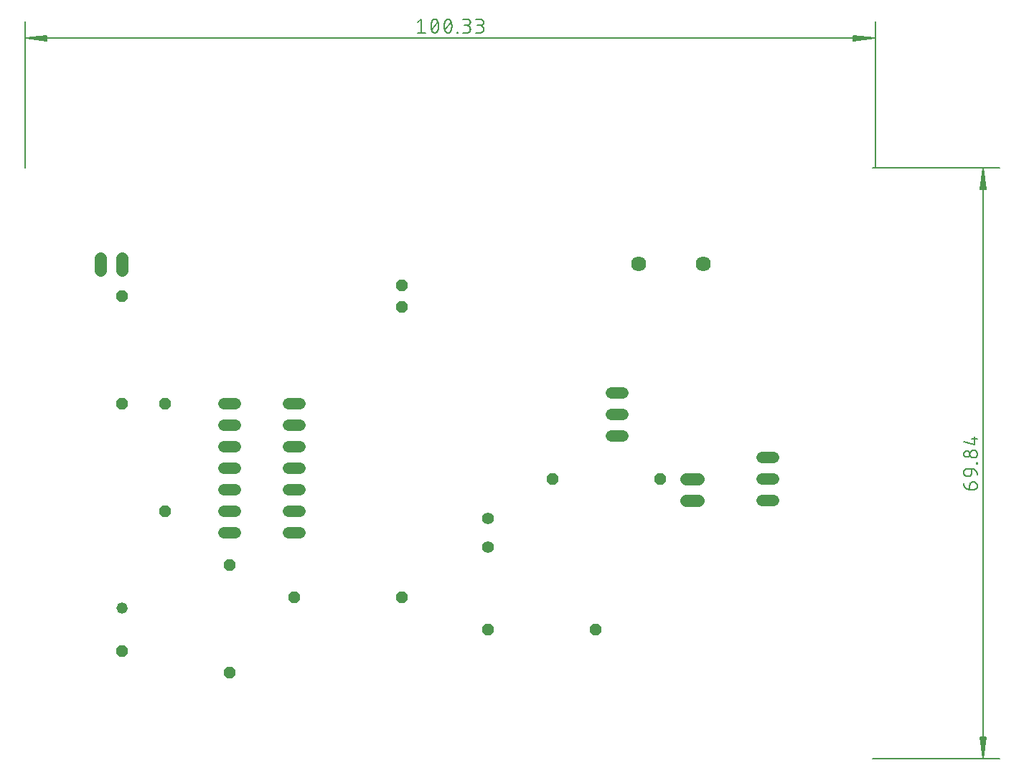
<source format=gbr>
G04 EAGLE Gerber RS-274X export*
G75*
%MOMM*%
%FSLAX34Y34*%
%LPD*%
%AMOC8*
5,1,8,0,0,1.08239X$1,22.5*%
G01*
%ADD10C,0.130000*%
%ADD11C,0.152400*%
%ADD12P,1.429621X8X292.500000*%
%ADD13C,1.320800*%
%ADD14C,1.422400*%
%ADD15C,1.320800*%
%ADD16C,1.400000*%
%ADD17P,1.429621X8X112.500000*%
%ADD18P,1.429621X8X22.500000*%
%ADD19P,1.429621X8X202.500000*%
%ADD20C,1.790000*%


D10*
X0Y698400D02*
X-17Y870306D01*
X1003283Y870406D02*
X1003300Y698500D01*
X1002635Y850906D02*
X635Y850806D01*
X25985Y854001D01*
X25985Y847617D01*
X635Y850806D01*
X25985Y852109D01*
X25985Y849509D02*
X635Y850806D01*
X25985Y853409D01*
X25985Y848209D02*
X635Y850806D01*
X977285Y854096D02*
X1002635Y850906D01*
X977285Y854096D02*
X977285Y847711D01*
X1002635Y850906D01*
X977285Y852204D01*
X977285Y849604D02*
X1002635Y850906D01*
X977285Y853504D01*
X977285Y848304D02*
X1002635Y850906D01*
D11*
X467906Y873615D02*
X463390Y870003D01*
X467906Y873615D02*
X467906Y857359D01*
X472421Y857359D02*
X463390Y857359D01*
X479022Y865487D02*
X479026Y865807D01*
X479037Y866126D01*
X479056Y866446D01*
X479083Y866764D01*
X479117Y867082D01*
X479159Y867399D01*
X479209Y867715D01*
X479266Y868030D01*
X479330Y868343D01*
X479402Y868655D01*
X479481Y868965D01*
X479568Y869272D01*
X479662Y869578D01*
X479763Y869881D01*
X479872Y870182D01*
X479987Y870480D01*
X480110Y870776D01*
X480240Y871068D01*
X480377Y871357D01*
X480376Y871358D02*
X480415Y871466D01*
X480458Y871573D01*
X480504Y871678D01*
X480555Y871782D01*
X480608Y871884D01*
X480665Y871984D01*
X480726Y872082D01*
X480790Y872177D01*
X480857Y872271D01*
X480928Y872362D01*
X481001Y872451D01*
X481078Y872537D01*
X481157Y872620D01*
X481239Y872701D01*
X481324Y872779D01*
X481412Y872853D01*
X481502Y872925D01*
X481594Y872993D01*
X481689Y873059D01*
X481786Y873121D01*
X481885Y873179D01*
X481987Y873235D01*
X482089Y873286D01*
X482194Y873334D01*
X482300Y873379D01*
X482408Y873420D01*
X482517Y873457D01*
X482627Y873490D01*
X482739Y873519D01*
X482851Y873545D01*
X482964Y873567D01*
X483078Y873584D01*
X483192Y873598D01*
X483307Y873608D01*
X483422Y873614D01*
X483537Y873616D01*
X483652Y873614D01*
X483767Y873608D01*
X483882Y873598D01*
X483996Y873584D01*
X484110Y873567D01*
X484223Y873545D01*
X484335Y873519D01*
X484447Y873490D01*
X484557Y873457D01*
X484666Y873420D01*
X484774Y873379D01*
X484880Y873334D01*
X484985Y873286D01*
X485087Y873235D01*
X485188Y873179D01*
X485288Y873121D01*
X485385Y873059D01*
X485479Y872994D01*
X485572Y872925D01*
X485662Y872853D01*
X485750Y872779D01*
X485835Y872701D01*
X485917Y872620D01*
X485996Y872537D01*
X486073Y872451D01*
X486146Y872362D01*
X486217Y872271D01*
X486284Y872177D01*
X486348Y872082D01*
X486409Y871984D01*
X486466Y871884D01*
X486519Y871782D01*
X486570Y871678D01*
X486616Y871573D01*
X486659Y871466D01*
X486698Y871358D01*
X486697Y871357D02*
X486834Y871068D01*
X486964Y870776D01*
X487087Y870480D01*
X487202Y870182D01*
X487311Y869881D01*
X487412Y869578D01*
X487506Y869272D01*
X487593Y868965D01*
X487672Y868655D01*
X487744Y868343D01*
X487808Y868030D01*
X487865Y867715D01*
X487915Y867399D01*
X487957Y867082D01*
X487991Y866764D01*
X488018Y866446D01*
X488037Y866126D01*
X488048Y865807D01*
X488052Y865487D01*
X479022Y865487D02*
X479026Y865167D01*
X479037Y864848D01*
X479056Y864528D01*
X479083Y864210D01*
X479117Y863892D01*
X479159Y863575D01*
X479209Y863259D01*
X479266Y862944D01*
X479330Y862631D01*
X479402Y862319D01*
X479481Y862009D01*
X479568Y861702D01*
X479662Y861396D01*
X479763Y861093D01*
X479872Y860792D01*
X479987Y860494D01*
X480110Y860198D01*
X480240Y859906D01*
X480377Y859617D01*
X480376Y859617D02*
X480415Y859509D01*
X480458Y859402D01*
X480504Y859297D01*
X480555Y859193D01*
X480608Y859091D01*
X480665Y858991D01*
X480726Y858893D01*
X480790Y858798D01*
X480857Y858704D01*
X480928Y858613D01*
X481001Y858524D01*
X481078Y858438D01*
X481157Y858355D01*
X481239Y858274D01*
X481324Y858196D01*
X481412Y858122D01*
X481502Y858050D01*
X481595Y857981D01*
X481689Y857916D01*
X481786Y857854D01*
X481886Y857796D01*
X481987Y857740D01*
X482089Y857689D01*
X482194Y857641D01*
X482300Y857596D01*
X482408Y857555D01*
X482517Y857518D01*
X482627Y857485D01*
X482739Y857456D01*
X482851Y857430D01*
X482964Y857408D01*
X483078Y857391D01*
X483192Y857377D01*
X483307Y857367D01*
X483422Y857361D01*
X483537Y857359D01*
X486697Y859617D02*
X486834Y859906D01*
X486964Y860198D01*
X487087Y860494D01*
X487202Y860792D01*
X487311Y861093D01*
X487412Y861396D01*
X487506Y861702D01*
X487593Y862009D01*
X487672Y862319D01*
X487744Y862631D01*
X487808Y862944D01*
X487865Y863259D01*
X487915Y863575D01*
X487957Y863892D01*
X487991Y864210D01*
X488018Y864528D01*
X488037Y864848D01*
X488048Y865167D01*
X488052Y865487D01*
X486698Y859617D02*
X486659Y859509D01*
X486616Y859402D01*
X486570Y859297D01*
X486519Y859193D01*
X486466Y859091D01*
X486409Y858991D01*
X486348Y858893D01*
X486284Y858798D01*
X486217Y858704D01*
X486146Y858613D01*
X486073Y858524D01*
X485996Y858438D01*
X485917Y858355D01*
X485835Y858274D01*
X485750Y858196D01*
X485662Y858122D01*
X485572Y858050D01*
X485479Y857981D01*
X485385Y857916D01*
X485288Y857854D01*
X485188Y857796D01*
X485087Y857740D01*
X484984Y857689D01*
X484880Y857641D01*
X484774Y857596D01*
X484666Y857555D01*
X484557Y857518D01*
X484447Y857485D01*
X484335Y857456D01*
X484223Y857430D01*
X484110Y857408D01*
X483996Y857391D01*
X483882Y857377D01*
X483767Y857367D01*
X483652Y857361D01*
X483537Y857359D01*
X479925Y860972D02*
X487149Y870003D01*
X494653Y865487D02*
X494657Y865807D01*
X494668Y866126D01*
X494687Y866446D01*
X494714Y866764D01*
X494748Y867082D01*
X494790Y867399D01*
X494840Y867715D01*
X494897Y868030D01*
X494961Y868343D01*
X495033Y868655D01*
X495112Y868965D01*
X495199Y869272D01*
X495293Y869578D01*
X495394Y869881D01*
X495503Y870182D01*
X495618Y870480D01*
X495741Y870776D01*
X495871Y871068D01*
X496008Y871357D01*
X496007Y871358D02*
X496046Y871466D01*
X496089Y871573D01*
X496135Y871678D01*
X496186Y871782D01*
X496239Y871884D01*
X496296Y871984D01*
X496357Y872082D01*
X496421Y872177D01*
X496488Y872271D01*
X496559Y872362D01*
X496632Y872451D01*
X496709Y872537D01*
X496788Y872620D01*
X496870Y872701D01*
X496955Y872779D01*
X497043Y872853D01*
X497133Y872925D01*
X497225Y872993D01*
X497320Y873059D01*
X497417Y873121D01*
X497516Y873179D01*
X497618Y873235D01*
X497720Y873286D01*
X497825Y873334D01*
X497931Y873379D01*
X498039Y873420D01*
X498148Y873457D01*
X498258Y873490D01*
X498370Y873519D01*
X498482Y873545D01*
X498595Y873567D01*
X498709Y873584D01*
X498823Y873598D01*
X498938Y873608D01*
X499053Y873614D01*
X499168Y873616D01*
X499283Y873614D01*
X499398Y873608D01*
X499513Y873598D01*
X499627Y873584D01*
X499741Y873567D01*
X499854Y873545D01*
X499966Y873519D01*
X500078Y873490D01*
X500188Y873457D01*
X500297Y873420D01*
X500405Y873379D01*
X500511Y873334D01*
X500616Y873286D01*
X500718Y873235D01*
X500819Y873179D01*
X500919Y873121D01*
X501016Y873059D01*
X501110Y872994D01*
X501203Y872925D01*
X501293Y872853D01*
X501381Y872779D01*
X501466Y872701D01*
X501548Y872620D01*
X501627Y872537D01*
X501704Y872451D01*
X501777Y872362D01*
X501848Y872271D01*
X501915Y872177D01*
X501979Y872082D01*
X502040Y871984D01*
X502097Y871884D01*
X502150Y871782D01*
X502201Y871678D01*
X502247Y871573D01*
X502290Y871466D01*
X502329Y871358D01*
X502329Y871357D02*
X502466Y871068D01*
X502596Y870776D01*
X502719Y870480D01*
X502834Y870182D01*
X502943Y869881D01*
X503044Y869578D01*
X503138Y869272D01*
X503225Y868965D01*
X503304Y868655D01*
X503376Y868343D01*
X503440Y868030D01*
X503497Y867715D01*
X503547Y867399D01*
X503589Y867082D01*
X503623Y866764D01*
X503650Y866446D01*
X503669Y866126D01*
X503680Y865807D01*
X503684Y865487D01*
X494653Y865487D02*
X494657Y865167D01*
X494668Y864848D01*
X494687Y864528D01*
X494714Y864210D01*
X494748Y863892D01*
X494790Y863575D01*
X494840Y863259D01*
X494897Y862944D01*
X494961Y862631D01*
X495033Y862319D01*
X495112Y862009D01*
X495199Y861702D01*
X495293Y861396D01*
X495394Y861093D01*
X495503Y860792D01*
X495618Y860494D01*
X495741Y860198D01*
X495871Y859906D01*
X496008Y859617D01*
X496007Y859617D02*
X496046Y859509D01*
X496089Y859402D01*
X496135Y859297D01*
X496186Y859193D01*
X496239Y859091D01*
X496296Y858991D01*
X496357Y858893D01*
X496421Y858798D01*
X496488Y858704D01*
X496559Y858613D01*
X496632Y858524D01*
X496709Y858438D01*
X496788Y858355D01*
X496870Y858274D01*
X496955Y858196D01*
X497043Y858122D01*
X497133Y858050D01*
X497226Y857981D01*
X497320Y857916D01*
X497417Y857854D01*
X497517Y857796D01*
X497618Y857740D01*
X497720Y857689D01*
X497825Y857641D01*
X497931Y857596D01*
X498039Y857555D01*
X498148Y857518D01*
X498258Y857485D01*
X498370Y857456D01*
X498482Y857430D01*
X498595Y857408D01*
X498709Y857391D01*
X498823Y857377D01*
X498938Y857367D01*
X499053Y857361D01*
X499168Y857359D01*
X502328Y859617D02*
X502465Y859906D01*
X502595Y860198D01*
X502718Y860494D01*
X502833Y860792D01*
X502942Y861093D01*
X503043Y861396D01*
X503137Y861702D01*
X503224Y862009D01*
X503303Y862319D01*
X503375Y862631D01*
X503439Y862944D01*
X503496Y863259D01*
X503546Y863575D01*
X503588Y863892D01*
X503622Y864210D01*
X503649Y864528D01*
X503668Y864848D01*
X503679Y865167D01*
X503683Y865487D01*
X502329Y859617D02*
X502290Y859509D01*
X502247Y859402D01*
X502201Y859297D01*
X502150Y859193D01*
X502097Y859091D01*
X502040Y858991D01*
X501979Y858893D01*
X501915Y858798D01*
X501848Y858704D01*
X501777Y858613D01*
X501704Y858524D01*
X501627Y858438D01*
X501548Y858355D01*
X501466Y858274D01*
X501381Y858196D01*
X501293Y858122D01*
X501203Y858050D01*
X501110Y857981D01*
X501016Y857916D01*
X500919Y857854D01*
X500819Y857796D01*
X500718Y857740D01*
X500615Y857689D01*
X500511Y857641D01*
X500405Y857596D01*
X500297Y857555D01*
X500188Y857518D01*
X500078Y857485D01*
X499966Y857456D01*
X499854Y857430D01*
X499741Y857408D01*
X499627Y857391D01*
X499513Y857377D01*
X499398Y857367D01*
X499283Y857361D01*
X499168Y857359D01*
X495556Y860972D02*
X502781Y870003D01*
X509658Y858263D02*
X509658Y857359D01*
X509658Y858263D02*
X510562Y858263D01*
X510562Y857359D01*
X509658Y857359D01*
X516536Y857359D02*
X521052Y857359D01*
X521185Y857361D01*
X521317Y857367D01*
X521449Y857377D01*
X521581Y857390D01*
X521713Y857408D01*
X521843Y857429D01*
X521974Y857454D01*
X522103Y857483D01*
X522231Y857516D01*
X522359Y857552D01*
X522485Y857592D01*
X522610Y857636D01*
X522734Y857684D01*
X522856Y857735D01*
X522977Y857790D01*
X523096Y857848D01*
X523214Y857910D01*
X523329Y857975D01*
X523443Y858044D01*
X523554Y858115D01*
X523663Y858191D01*
X523770Y858269D01*
X523875Y858350D01*
X523977Y858435D01*
X524077Y858522D01*
X524174Y858612D01*
X524269Y858705D01*
X524360Y858801D01*
X524449Y858899D01*
X524535Y859000D01*
X524618Y859104D01*
X524698Y859210D01*
X524774Y859318D01*
X524848Y859428D01*
X524918Y859541D01*
X524985Y859655D01*
X525048Y859772D01*
X525108Y859890D01*
X525165Y860010D01*
X525218Y860132D01*
X525267Y860255D01*
X525313Y860379D01*
X525355Y860505D01*
X525393Y860632D01*
X525428Y860760D01*
X525459Y860889D01*
X525486Y861018D01*
X525509Y861149D01*
X525529Y861280D01*
X525544Y861412D01*
X525556Y861544D01*
X525564Y861676D01*
X525568Y861809D01*
X525568Y861941D01*
X525564Y862074D01*
X525556Y862206D01*
X525544Y862338D01*
X525529Y862470D01*
X525509Y862601D01*
X525486Y862732D01*
X525459Y862861D01*
X525428Y862990D01*
X525393Y863118D01*
X525355Y863245D01*
X525313Y863371D01*
X525267Y863495D01*
X525218Y863618D01*
X525165Y863740D01*
X525108Y863860D01*
X525048Y863978D01*
X524985Y864095D01*
X524918Y864209D01*
X524848Y864322D01*
X524774Y864432D01*
X524698Y864540D01*
X524618Y864646D01*
X524535Y864750D01*
X524449Y864851D01*
X524360Y864949D01*
X524269Y865045D01*
X524174Y865138D01*
X524077Y865228D01*
X523977Y865315D01*
X523875Y865400D01*
X523770Y865481D01*
X523663Y865559D01*
X523554Y865635D01*
X523443Y865706D01*
X523329Y865775D01*
X523214Y865840D01*
X523096Y865902D01*
X522977Y865960D01*
X522856Y866015D01*
X522734Y866066D01*
X522610Y866114D01*
X522485Y866158D01*
X522359Y866198D01*
X522231Y866234D01*
X522103Y866267D01*
X521974Y866296D01*
X521843Y866321D01*
X521713Y866342D01*
X521581Y866360D01*
X521449Y866373D01*
X521317Y866383D01*
X521185Y866389D01*
X521052Y866391D01*
X521955Y873615D02*
X516536Y873615D01*
X521955Y873615D02*
X522074Y873613D01*
X522194Y873607D01*
X522313Y873597D01*
X522431Y873583D01*
X522550Y873566D01*
X522667Y873544D01*
X522784Y873519D01*
X522899Y873489D01*
X523014Y873456D01*
X523128Y873419D01*
X523240Y873379D01*
X523351Y873334D01*
X523460Y873286D01*
X523568Y873235D01*
X523674Y873180D01*
X523778Y873121D01*
X523880Y873059D01*
X523980Y872994D01*
X524078Y872925D01*
X524174Y872853D01*
X524267Y872778D01*
X524357Y872701D01*
X524445Y872620D01*
X524530Y872536D01*
X524612Y872449D01*
X524692Y872360D01*
X524768Y872268D01*
X524842Y872174D01*
X524912Y872077D01*
X524979Y871979D01*
X525043Y871878D01*
X525103Y871774D01*
X525160Y871669D01*
X525213Y871562D01*
X525263Y871454D01*
X525309Y871344D01*
X525351Y871232D01*
X525390Y871119D01*
X525425Y871005D01*
X525456Y870890D01*
X525484Y870773D01*
X525507Y870656D01*
X525527Y870539D01*
X525543Y870420D01*
X525555Y870301D01*
X525563Y870182D01*
X525567Y870063D01*
X525567Y869943D01*
X525563Y869824D01*
X525555Y869705D01*
X525543Y869586D01*
X525527Y869467D01*
X525507Y869350D01*
X525484Y869233D01*
X525456Y869116D01*
X525425Y869001D01*
X525390Y868887D01*
X525351Y868774D01*
X525309Y868662D01*
X525263Y868552D01*
X525213Y868444D01*
X525160Y868337D01*
X525103Y868232D01*
X525043Y868128D01*
X524979Y868027D01*
X524912Y867929D01*
X524842Y867832D01*
X524768Y867738D01*
X524692Y867646D01*
X524612Y867557D01*
X524530Y867470D01*
X524445Y867386D01*
X524357Y867305D01*
X524267Y867228D01*
X524174Y867153D01*
X524078Y867081D01*
X523980Y867012D01*
X523880Y866947D01*
X523778Y866885D01*
X523674Y866826D01*
X523568Y866771D01*
X523460Y866720D01*
X523351Y866672D01*
X523240Y866627D01*
X523128Y866587D01*
X523014Y866550D01*
X522899Y866517D01*
X522784Y866487D01*
X522667Y866462D01*
X522550Y866440D01*
X522431Y866423D01*
X522313Y866409D01*
X522194Y866399D01*
X522074Y866393D01*
X521955Y866391D01*
X518343Y866391D01*
X532168Y857359D02*
X536683Y857359D01*
X536816Y857361D01*
X536948Y857367D01*
X537080Y857377D01*
X537212Y857390D01*
X537344Y857408D01*
X537474Y857429D01*
X537605Y857454D01*
X537734Y857483D01*
X537862Y857516D01*
X537990Y857552D01*
X538116Y857592D01*
X538241Y857636D01*
X538365Y857684D01*
X538487Y857735D01*
X538608Y857790D01*
X538727Y857848D01*
X538845Y857910D01*
X538960Y857975D01*
X539074Y858044D01*
X539185Y858115D01*
X539294Y858191D01*
X539401Y858269D01*
X539506Y858350D01*
X539608Y858435D01*
X539708Y858522D01*
X539805Y858612D01*
X539900Y858705D01*
X539991Y858801D01*
X540080Y858899D01*
X540166Y859000D01*
X540249Y859104D01*
X540329Y859210D01*
X540405Y859318D01*
X540479Y859428D01*
X540549Y859541D01*
X540616Y859655D01*
X540679Y859772D01*
X540739Y859890D01*
X540796Y860010D01*
X540849Y860132D01*
X540898Y860255D01*
X540944Y860379D01*
X540986Y860505D01*
X541024Y860632D01*
X541059Y860760D01*
X541090Y860889D01*
X541117Y861018D01*
X541140Y861149D01*
X541160Y861280D01*
X541175Y861412D01*
X541187Y861544D01*
X541195Y861676D01*
X541199Y861809D01*
X541199Y861941D01*
X541195Y862074D01*
X541187Y862206D01*
X541175Y862338D01*
X541160Y862470D01*
X541140Y862601D01*
X541117Y862732D01*
X541090Y862861D01*
X541059Y862990D01*
X541024Y863118D01*
X540986Y863245D01*
X540944Y863371D01*
X540898Y863495D01*
X540849Y863618D01*
X540796Y863740D01*
X540739Y863860D01*
X540679Y863978D01*
X540616Y864095D01*
X540549Y864209D01*
X540479Y864322D01*
X540405Y864432D01*
X540329Y864540D01*
X540249Y864646D01*
X540166Y864750D01*
X540080Y864851D01*
X539991Y864949D01*
X539900Y865045D01*
X539805Y865138D01*
X539708Y865228D01*
X539608Y865315D01*
X539506Y865400D01*
X539401Y865481D01*
X539294Y865559D01*
X539185Y865635D01*
X539074Y865706D01*
X538960Y865775D01*
X538845Y865840D01*
X538727Y865902D01*
X538608Y865960D01*
X538487Y866015D01*
X538365Y866066D01*
X538241Y866114D01*
X538116Y866158D01*
X537990Y866198D01*
X537862Y866234D01*
X537734Y866267D01*
X537605Y866296D01*
X537474Y866321D01*
X537344Y866342D01*
X537212Y866360D01*
X537080Y866373D01*
X536948Y866383D01*
X536816Y866389D01*
X536683Y866391D01*
X537586Y873615D02*
X532168Y873615D01*
X537586Y873615D02*
X537705Y873613D01*
X537825Y873607D01*
X537944Y873597D01*
X538062Y873583D01*
X538181Y873566D01*
X538298Y873544D01*
X538415Y873519D01*
X538530Y873489D01*
X538645Y873456D01*
X538759Y873419D01*
X538871Y873379D01*
X538982Y873334D01*
X539091Y873286D01*
X539199Y873235D01*
X539305Y873180D01*
X539409Y873121D01*
X539511Y873059D01*
X539611Y872994D01*
X539709Y872925D01*
X539805Y872853D01*
X539898Y872778D01*
X539988Y872701D01*
X540076Y872620D01*
X540161Y872536D01*
X540243Y872449D01*
X540323Y872360D01*
X540399Y872268D01*
X540473Y872174D01*
X540543Y872077D01*
X540610Y871979D01*
X540674Y871878D01*
X540734Y871774D01*
X540791Y871669D01*
X540844Y871562D01*
X540894Y871454D01*
X540940Y871344D01*
X540982Y871232D01*
X541021Y871119D01*
X541056Y871005D01*
X541087Y870890D01*
X541115Y870773D01*
X541138Y870656D01*
X541158Y870539D01*
X541174Y870420D01*
X541186Y870301D01*
X541194Y870182D01*
X541198Y870063D01*
X541198Y869943D01*
X541194Y869824D01*
X541186Y869705D01*
X541174Y869586D01*
X541158Y869467D01*
X541138Y869350D01*
X541115Y869233D01*
X541087Y869116D01*
X541056Y869001D01*
X541021Y868887D01*
X540982Y868774D01*
X540940Y868662D01*
X540894Y868552D01*
X540844Y868444D01*
X540791Y868337D01*
X540734Y868232D01*
X540674Y868128D01*
X540610Y868027D01*
X540543Y867929D01*
X540473Y867832D01*
X540399Y867738D01*
X540323Y867646D01*
X540243Y867557D01*
X540161Y867470D01*
X540076Y867386D01*
X539988Y867305D01*
X539898Y867228D01*
X539805Y867153D01*
X539709Y867081D01*
X539611Y867012D01*
X539511Y866947D01*
X539409Y866885D01*
X539305Y866826D01*
X539199Y866771D01*
X539091Y866720D01*
X538982Y866672D01*
X538871Y866627D01*
X538759Y866587D01*
X538645Y866550D01*
X538530Y866517D01*
X538415Y866487D01*
X538298Y866462D01*
X538181Y866440D01*
X538062Y866423D01*
X537944Y866409D01*
X537825Y866399D01*
X537705Y866393D01*
X537586Y866391D01*
X533974Y866391D01*
D10*
X1000000Y698400D02*
X1149800Y698400D01*
X1149800Y0D02*
X1000000Y0D01*
X1130300Y650D02*
X1130300Y697750D01*
X1127108Y672400D01*
X1133492Y672400D01*
X1130300Y697750D01*
X1129000Y672400D01*
X1131600Y672400D02*
X1130300Y697750D01*
X1127700Y672400D01*
X1132900Y672400D02*
X1130300Y697750D01*
X1127108Y26000D02*
X1130300Y650D01*
X1127108Y26000D02*
X1133492Y26000D01*
X1130300Y650D01*
X1129000Y26000D01*
X1131600Y26000D02*
X1130300Y650D01*
X1127700Y26000D01*
X1132900Y26000D02*
X1130300Y650D01*
D11*
X1114762Y318052D02*
X1114762Y323471D01*
X1114764Y323589D01*
X1114770Y323707D01*
X1114779Y323825D01*
X1114793Y323942D01*
X1114810Y324059D01*
X1114831Y324176D01*
X1114856Y324291D01*
X1114885Y324406D01*
X1114918Y324520D01*
X1114954Y324632D01*
X1114994Y324743D01*
X1115037Y324853D01*
X1115084Y324962D01*
X1115134Y325069D01*
X1115189Y325174D01*
X1115246Y325277D01*
X1115307Y325378D01*
X1115371Y325478D01*
X1115438Y325575D01*
X1115508Y325670D01*
X1115582Y325762D01*
X1115658Y325853D01*
X1115738Y325940D01*
X1115820Y326025D01*
X1115905Y326107D01*
X1115992Y326187D01*
X1116083Y326263D01*
X1116175Y326337D01*
X1116270Y326407D01*
X1116367Y326474D01*
X1116467Y326538D01*
X1116568Y326599D01*
X1116671Y326656D01*
X1116776Y326711D01*
X1116883Y326761D01*
X1116992Y326808D01*
X1117102Y326851D01*
X1117213Y326891D01*
X1117325Y326927D01*
X1117439Y326960D01*
X1117554Y326989D01*
X1117669Y327014D01*
X1117786Y327035D01*
X1117903Y327052D01*
X1118020Y327066D01*
X1118138Y327075D01*
X1118256Y327081D01*
X1118374Y327083D01*
X1119277Y327083D01*
X1119277Y327084D02*
X1119410Y327082D01*
X1119542Y327076D01*
X1119674Y327066D01*
X1119806Y327053D01*
X1119938Y327035D01*
X1120068Y327014D01*
X1120199Y326989D01*
X1120328Y326960D01*
X1120456Y326927D01*
X1120584Y326891D01*
X1120710Y326851D01*
X1120835Y326807D01*
X1120959Y326759D01*
X1121081Y326708D01*
X1121202Y326653D01*
X1121321Y326595D01*
X1121439Y326533D01*
X1121554Y326468D01*
X1121668Y326399D01*
X1121779Y326328D01*
X1121888Y326252D01*
X1121995Y326174D01*
X1122100Y326093D01*
X1122202Y326008D01*
X1122302Y325921D01*
X1122399Y325831D01*
X1122494Y325738D01*
X1122585Y325642D01*
X1122674Y325544D01*
X1122760Y325443D01*
X1122843Y325339D01*
X1122923Y325233D01*
X1122999Y325125D01*
X1123073Y325015D01*
X1123143Y324902D01*
X1123210Y324788D01*
X1123273Y324671D01*
X1123333Y324553D01*
X1123390Y324433D01*
X1123443Y324311D01*
X1123492Y324188D01*
X1123538Y324064D01*
X1123580Y323938D01*
X1123618Y323811D01*
X1123653Y323683D01*
X1123684Y323554D01*
X1123711Y323425D01*
X1123734Y323294D01*
X1123754Y323163D01*
X1123769Y323031D01*
X1123781Y322899D01*
X1123789Y322767D01*
X1123793Y322634D01*
X1123793Y322502D01*
X1123789Y322369D01*
X1123781Y322237D01*
X1123769Y322105D01*
X1123754Y321973D01*
X1123734Y321842D01*
X1123711Y321711D01*
X1123684Y321582D01*
X1123653Y321453D01*
X1123618Y321325D01*
X1123580Y321198D01*
X1123538Y321072D01*
X1123492Y320948D01*
X1123443Y320825D01*
X1123390Y320703D01*
X1123333Y320583D01*
X1123273Y320465D01*
X1123210Y320348D01*
X1123143Y320234D01*
X1123073Y320121D01*
X1122999Y320011D01*
X1122923Y319903D01*
X1122843Y319797D01*
X1122760Y319693D01*
X1122674Y319592D01*
X1122585Y319494D01*
X1122494Y319398D01*
X1122399Y319305D01*
X1122302Y319215D01*
X1122202Y319128D01*
X1122100Y319043D01*
X1121995Y318962D01*
X1121888Y318884D01*
X1121779Y318808D01*
X1121668Y318737D01*
X1121554Y318668D01*
X1121439Y318603D01*
X1121321Y318541D01*
X1121202Y318483D01*
X1121081Y318428D01*
X1120959Y318377D01*
X1120835Y318329D01*
X1120710Y318285D01*
X1120584Y318245D01*
X1120456Y318209D01*
X1120328Y318176D01*
X1120199Y318147D01*
X1120068Y318122D01*
X1119938Y318101D01*
X1119806Y318083D01*
X1119674Y318070D01*
X1119542Y318060D01*
X1119410Y318054D01*
X1119277Y318052D01*
X1114762Y318052D01*
X1114585Y318054D01*
X1114407Y318061D01*
X1114230Y318072D01*
X1114054Y318087D01*
X1113878Y318106D01*
X1113702Y318130D01*
X1113527Y318158D01*
X1113352Y318191D01*
X1113179Y318228D01*
X1113006Y318269D01*
X1112835Y318314D01*
X1112665Y318363D01*
X1112496Y318417D01*
X1112328Y318474D01*
X1112162Y318536D01*
X1111997Y318602D01*
X1111834Y318672D01*
X1111673Y318746D01*
X1111514Y318823D01*
X1111356Y318905D01*
X1111201Y318991D01*
X1111048Y319080D01*
X1110897Y319173D01*
X1110748Y319270D01*
X1110602Y319370D01*
X1110458Y319474D01*
X1110317Y319581D01*
X1110179Y319692D01*
X1110043Y319806D01*
X1109910Y319924D01*
X1109780Y320044D01*
X1109653Y320168D01*
X1109529Y320295D01*
X1109409Y320425D01*
X1109291Y320558D01*
X1109177Y320693D01*
X1109066Y320832D01*
X1108959Y320973D01*
X1108855Y321117D01*
X1108755Y321263D01*
X1108658Y321412D01*
X1108565Y321563D01*
X1108476Y321716D01*
X1108390Y321871D01*
X1108308Y322029D01*
X1108231Y322188D01*
X1108157Y322349D01*
X1108087Y322512D01*
X1108021Y322677D01*
X1107959Y322843D01*
X1107902Y323011D01*
X1107848Y323180D01*
X1107799Y323350D01*
X1107754Y323521D01*
X1107713Y323694D01*
X1107676Y323867D01*
X1107643Y324042D01*
X1107615Y324217D01*
X1107591Y324393D01*
X1107572Y324569D01*
X1107557Y324745D01*
X1107546Y324922D01*
X1107539Y325100D01*
X1107537Y325277D01*
X1116568Y337296D02*
X1116568Y342714D01*
X1116568Y337296D02*
X1116566Y337178D01*
X1116560Y337060D01*
X1116551Y336942D01*
X1116537Y336825D01*
X1116520Y336708D01*
X1116499Y336591D01*
X1116474Y336476D01*
X1116445Y336361D01*
X1116412Y336247D01*
X1116376Y336135D01*
X1116336Y336024D01*
X1116293Y335914D01*
X1116246Y335805D01*
X1116196Y335698D01*
X1116141Y335593D01*
X1116084Y335490D01*
X1116023Y335389D01*
X1115959Y335289D01*
X1115892Y335192D01*
X1115822Y335097D01*
X1115748Y335005D01*
X1115672Y334914D01*
X1115592Y334827D01*
X1115510Y334742D01*
X1115425Y334660D01*
X1115338Y334580D01*
X1115247Y334504D01*
X1115155Y334430D01*
X1115060Y334360D01*
X1114963Y334293D01*
X1114863Y334229D01*
X1114762Y334168D01*
X1114659Y334111D01*
X1114554Y334056D01*
X1114447Y334006D01*
X1114338Y333959D01*
X1114228Y333916D01*
X1114117Y333876D01*
X1114005Y333840D01*
X1113891Y333807D01*
X1113776Y333778D01*
X1113661Y333753D01*
X1113544Y333732D01*
X1113427Y333715D01*
X1113310Y333701D01*
X1113192Y333692D01*
X1113074Y333686D01*
X1112956Y333684D01*
X1112956Y333683D02*
X1112053Y333683D01*
X1111920Y333685D01*
X1111788Y333691D01*
X1111656Y333701D01*
X1111524Y333714D01*
X1111392Y333732D01*
X1111262Y333753D01*
X1111131Y333778D01*
X1111002Y333807D01*
X1110874Y333840D01*
X1110746Y333876D01*
X1110620Y333916D01*
X1110495Y333960D01*
X1110371Y334008D01*
X1110249Y334059D01*
X1110128Y334114D01*
X1110009Y334172D01*
X1109891Y334234D01*
X1109776Y334299D01*
X1109662Y334368D01*
X1109551Y334439D01*
X1109442Y334515D01*
X1109335Y334593D01*
X1109230Y334674D01*
X1109128Y334759D01*
X1109028Y334846D01*
X1108931Y334936D01*
X1108836Y335029D01*
X1108745Y335125D01*
X1108656Y335223D01*
X1108570Y335324D01*
X1108487Y335428D01*
X1108407Y335534D01*
X1108331Y335642D01*
X1108257Y335752D01*
X1108187Y335865D01*
X1108120Y335979D01*
X1108057Y336096D01*
X1107997Y336214D01*
X1107940Y336334D01*
X1107887Y336456D01*
X1107838Y336579D01*
X1107792Y336703D01*
X1107750Y336829D01*
X1107712Y336956D01*
X1107677Y337084D01*
X1107646Y337213D01*
X1107619Y337342D01*
X1107596Y337473D01*
X1107576Y337604D01*
X1107561Y337736D01*
X1107549Y337868D01*
X1107541Y338000D01*
X1107537Y338133D01*
X1107537Y338265D01*
X1107541Y338398D01*
X1107549Y338530D01*
X1107561Y338662D01*
X1107576Y338794D01*
X1107596Y338925D01*
X1107619Y339056D01*
X1107646Y339185D01*
X1107677Y339314D01*
X1107712Y339442D01*
X1107750Y339569D01*
X1107792Y339695D01*
X1107838Y339819D01*
X1107887Y339942D01*
X1107940Y340064D01*
X1107997Y340184D01*
X1108057Y340302D01*
X1108120Y340419D01*
X1108187Y340533D01*
X1108257Y340646D01*
X1108331Y340756D01*
X1108407Y340864D01*
X1108487Y340970D01*
X1108570Y341074D01*
X1108656Y341175D01*
X1108745Y341273D01*
X1108836Y341369D01*
X1108931Y341462D01*
X1109028Y341552D01*
X1109128Y341639D01*
X1109230Y341724D01*
X1109335Y341805D01*
X1109442Y341883D01*
X1109551Y341959D01*
X1109662Y342030D01*
X1109776Y342099D01*
X1109891Y342164D01*
X1110009Y342226D01*
X1110128Y342284D01*
X1110249Y342339D01*
X1110371Y342390D01*
X1110495Y342438D01*
X1110620Y342482D01*
X1110746Y342522D01*
X1110874Y342558D01*
X1111002Y342591D01*
X1111131Y342620D01*
X1111262Y342645D01*
X1111392Y342666D01*
X1111524Y342684D01*
X1111656Y342697D01*
X1111788Y342707D01*
X1111920Y342713D01*
X1112053Y342715D01*
X1112053Y342714D02*
X1116568Y342714D01*
X1116743Y342712D01*
X1116917Y342706D01*
X1117091Y342695D01*
X1117265Y342680D01*
X1117439Y342661D01*
X1117612Y342638D01*
X1117784Y342611D01*
X1117956Y342579D01*
X1118127Y342544D01*
X1118297Y342504D01*
X1118466Y342460D01*
X1118634Y342412D01*
X1118801Y342360D01*
X1118966Y342304D01*
X1119130Y342244D01*
X1119293Y342181D01*
X1119453Y342113D01*
X1119613Y342041D01*
X1119770Y341966D01*
X1119926Y341886D01*
X1120079Y341803D01*
X1120231Y341717D01*
X1120380Y341626D01*
X1120527Y341532D01*
X1120672Y341435D01*
X1120815Y341334D01*
X1120955Y341230D01*
X1121092Y341122D01*
X1121227Y341011D01*
X1121359Y340897D01*
X1121488Y340780D01*
X1121615Y340659D01*
X1121738Y340536D01*
X1121859Y340409D01*
X1121976Y340280D01*
X1122090Y340148D01*
X1122201Y340013D01*
X1122309Y339876D01*
X1122413Y339736D01*
X1122514Y339593D01*
X1122611Y339448D01*
X1122705Y339301D01*
X1122796Y339152D01*
X1122882Y339000D01*
X1122965Y338847D01*
X1123045Y338691D01*
X1123120Y338534D01*
X1123192Y338374D01*
X1123260Y338214D01*
X1123323Y338051D01*
X1123383Y337887D01*
X1123439Y337722D01*
X1123491Y337555D01*
X1123539Y337387D01*
X1123583Y337218D01*
X1123623Y337048D01*
X1123658Y336877D01*
X1123690Y336705D01*
X1123717Y336533D01*
X1123740Y336360D01*
X1123759Y336186D01*
X1123774Y336012D01*
X1123785Y335838D01*
X1123791Y335664D01*
X1123793Y335489D01*
X1123793Y348689D02*
X1122890Y348689D01*
X1122890Y349592D01*
X1123793Y349592D01*
X1123793Y348689D01*
X1119277Y355566D02*
X1119144Y355568D01*
X1119012Y355574D01*
X1118880Y355584D01*
X1118748Y355597D01*
X1118616Y355615D01*
X1118486Y355636D01*
X1118355Y355661D01*
X1118226Y355690D01*
X1118098Y355723D01*
X1117970Y355759D01*
X1117844Y355799D01*
X1117719Y355843D01*
X1117595Y355891D01*
X1117473Y355942D01*
X1117352Y355997D01*
X1117233Y356055D01*
X1117115Y356117D01*
X1117000Y356182D01*
X1116886Y356251D01*
X1116775Y356322D01*
X1116666Y356398D01*
X1116559Y356476D01*
X1116454Y356557D01*
X1116352Y356642D01*
X1116252Y356729D01*
X1116155Y356819D01*
X1116060Y356912D01*
X1115969Y357008D01*
X1115880Y357106D01*
X1115794Y357207D01*
X1115711Y357311D01*
X1115631Y357417D01*
X1115555Y357525D01*
X1115481Y357635D01*
X1115411Y357748D01*
X1115344Y357862D01*
X1115281Y357979D01*
X1115221Y358097D01*
X1115164Y358217D01*
X1115111Y358339D01*
X1115062Y358462D01*
X1115016Y358586D01*
X1114974Y358712D01*
X1114936Y358839D01*
X1114901Y358967D01*
X1114870Y359096D01*
X1114843Y359225D01*
X1114820Y359356D01*
X1114800Y359487D01*
X1114785Y359619D01*
X1114773Y359751D01*
X1114765Y359883D01*
X1114761Y360016D01*
X1114761Y360148D01*
X1114765Y360281D01*
X1114773Y360413D01*
X1114785Y360545D01*
X1114800Y360677D01*
X1114820Y360808D01*
X1114843Y360939D01*
X1114870Y361068D01*
X1114901Y361197D01*
X1114936Y361325D01*
X1114974Y361452D01*
X1115016Y361578D01*
X1115062Y361702D01*
X1115111Y361825D01*
X1115164Y361947D01*
X1115221Y362067D01*
X1115281Y362185D01*
X1115344Y362302D01*
X1115411Y362416D01*
X1115481Y362529D01*
X1115555Y362639D01*
X1115631Y362747D01*
X1115711Y362853D01*
X1115794Y362957D01*
X1115880Y363058D01*
X1115969Y363156D01*
X1116060Y363252D01*
X1116155Y363345D01*
X1116252Y363435D01*
X1116352Y363522D01*
X1116454Y363607D01*
X1116559Y363688D01*
X1116666Y363766D01*
X1116775Y363842D01*
X1116886Y363913D01*
X1117000Y363982D01*
X1117115Y364047D01*
X1117233Y364109D01*
X1117352Y364167D01*
X1117473Y364222D01*
X1117595Y364273D01*
X1117719Y364321D01*
X1117844Y364365D01*
X1117970Y364405D01*
X1118098Y364441D01*
X1118226Y364474D01*
X1118355Y364503D01*
X1118486Y364528D01*
X1118616Y364549D01*
X1118748Y364567D01*
X1118880Y364580D01*
X1119012Y364590D01*
X1119144Y364596D01*
X1119277Y364598D01*
X1119410Y364596D01*
X1119542Y364590D01*
X1119674Y364580D01*
X1119806Y364567D01*
X1119938Y364549D01*
X1120068Y364528D01*
X1120199Y364503D01*
X1120328Y364474D01*
X1120456Y364441D01*
X1120584Y364405D01*
X1120710Y364365D01*
X1120835Y364321D01*
X1120959Y364273D01*
X1121081Y364222D01*
X1121202Y364167D01*
X1121321Y364109D01*
X1121439Y364047D01*
X1121554Y363982D01*
X1121668Y363913D01*
X1121779Y363842D01*
X1121888Y363766D01*
X1121995Y363688D01*
X1122100Y363607D01*
X1122202Y363522D01*
X1122302Y363435D01*
X1122399Y363345D01*
X1122494Y363252D01*
X1122585Y363156D01*
X1122674Y363058D01*
X1122760Y362957D01*
X1122843Y362853D01*
X1122923Y362747D01*
X1122999Y362639D01*
X1123073Y362529D01*
X1123143Y362416D01*
X1123210Y362302D01*
X1123273Y362185D01*
X1123333Y362067D01*
X1123390Y361947D01*
X1123443Y361825D01*
X1123492Y361702D01*
X1123538Y361578D01*
X1123580Y361452D01*
X1123618Y361325D01*
X1123653Y361197D01*
X1123684Y361068D01*
X1123711Y360939D01*
X1123734Y360808D01*
X1123754Y360677D01*
X1123769Y360545D01*
X1123781Y360413D01*
X1123789Y360281D01*
X1123793Y360148D01*
X1123793Y360016D01*
X1123789Y359883D01*
X1123781Y359751D01*
X1123769Y359619D01*
X1123754Y359487D01*
X1123734Y359356D01*
X1123711Y359225D01*
X1123684Y359096D01*
X1123653Y358967D01*
X1123618Y358839D01*
X1123580Y358712D01*
X1123538Y358586D01*
X1123492Y358462D01*
X1123443Y358339D01*
X1123390Y358217D01*
X1123333Y358097D01*
X1123273Y357979D01*
X1123210Y357862D01*
X1123143Y357748D01*
X1123073Y357635D01*
X1122999Y357525D01*
X1122923Y357417D01*
X1122843Y357311D01*
X1122760Y357207D01*
X1122674Y357106D01*
X1122585Y357008D01*
X1122494Y356912D01*
X1122399Y356819D01*
X1122302Y356729D01*
X1122202Y356642D01*
X1122100Y356557D01*
X1121995Y356476D01*
X1121888Y356398D01*
X1121779Y356322D01*
X1121668Y356251D01*
X1121554Y356182D01*
X1121439Y356117D01*
X1121321Y356055D01*
X1121202Y355997D01*
X1121081Y355942D01*
X1120959Y355891D01*
X1120835Y355843D01*
X1120710Y355799D01*
X1120584Y355759D01*
X1120456Y355723D01*
X1120328Y355690D01*
X1120199Y355661D01*
X1120068Y355636D01*
X1119938Y355615D01*
X1119806Y355597D01*
X1119674Y355584D01*
X1119542Y355574D01*
X1119410Y355568D01*
X1119277Y355566D01*
X1111149Y356470D02*
X1111030Y356472D01*
X1110910Y356478D01*
X1110791Y356488D01*
X1110673Y356502D01*
X1110554Y356519D01*
X1110437Y356541D01*
X1110320Y356566D01*
X1110205Y356596D01*
X1110090Y356629D01*
X1109976Y356666D01*
X1109864Y356706D01*
X1109753Y356751D01*
X1109644Y356799D01*
X1109536Y356850D01*
X1109430Y356905D01*
X1109326Y356964D01*
X1109224Y357026D01*
X1109124Y357091D01*
X1109026Y357160D01*
X1108930Y357232D01*
X1108837Y357307D01*
X1108747Y357384D01*
X1108659Y357465D01*
X1108574Y357549D01*
X1108492Y357636D01*
X1108412Y357725D01*
X1108336Y357817D01*
X1108262Y357911D01*
X1108192Y358008D01*
X1108125Y358106D01*
X1108061Y358207D01*
X1108001Y358311D01*
X1107944Y358416D01*
X1107891Y358523D01*
X1107841Y358631D01*
X1107795Y358741D01*
X1107753Y358853D01*
X1107714Y358966D01*
X1107679Y359080D01*
X1107648Y359195D01*
X1107620Y359312D01*
X1107597Y359429D01*
X1107577Y359546D01*
X1107561Y359665D01*
X1107549Y359784D01*
X1107541Y359903D01*
X1107537Y360022D01*
X1107537Y360142D01*
X1107541Y360261D01*
X1107549Y360380D01*
X1107561Y360499D01*
X1107577Y360618D01*
X1107597Y360735D01*
X1107620Y360852D01*
X1107648Y360969D01*
X1107679Y361084D01*
X1107714Y361198D01*
X1107753Y361311D01*
X1107795Y361423D01*
X1107841Y361533D01*
X1107891Y361641D01*
X1107944Y361748D01*
X1108001Y361853D01*
X1108061Y361957D01*
X1108125Y362058D01*
X1108192Y362156D01*
X1108262Y362253D01*
X1108336Y362347D01*
X1108412Y362439D01*
X1108492Y362528D01*
X1108574Y362615D01*
X1108659Y362699D01*
X1108747Y362780D01*
X1108837Y362857D01*
X1108930Y362932D01*
X1109026Y363004D01*
X1109124Y363073D01*
X1109224Y363138D01*
X1109326Y363200D01*
X1109430Y363259D01*
X1109536Y363314D01*
X1109644Y363365D01*
X1109753Y363413D01*
X1109864Y363458D01*
X1109976Y363498D01*
X1110090Y363535D01*
X1110205Y363568D01*
X1110320Y363598D01*
X1110437Y363623D01*
X1110554Y363645D01*
X1110673Y363662D01*
X1110791Y363676D01*
X1110910Y363686D01*
X1111030Y363692D01*
X1111149Y363694D01*
X1111268Y363692D01*
X1111388Y363686D01*
X1111507Y363676D01*
X1111625Y363662D01*
X1111744Y363645D01*
X1111861Y363623D01*
X1111978Y363598D01*
X1112093Y363568D01*
X1112208Y363535D01*
X1112322Y363498D01*
X1112434Y363458D01*
X1112545Y363413D01*
X1112654Y363365D01*
X1112762Y363314D01*
X1112868Y363259D01*
X1112972Y363200D01*
X1113074Y363138D01*
X1113174Y363073D01*
X1113272Y363004D01*
X1113368Y362932D01*
X1113461Y362857D01*
X1113551Y362780D01*
X1113639Y362699D01*
X1113724Y362615D01*
X1113806Y362528D01*
X1113886Y362439D01*
X1113962Y362347D01*
X1114036Y362253D01*
X1114106Y362156D01*
X1114173Y362058D01*
X1114237Y361957D01*
X1114297Y361853D01*
X1114354Y361748D01*
X1114407Y361641D01*
X1114457Y361533D01*
X1114503Y361423D01*
X1114545Y361311D01*
X1114584Y361198D01*
X1114619Y361084D01*
X1114650Y360969D01*
X1114678Y360852D01*
X1114701Y360735D01*
X1114721Y360618D01*
X1114737Y360499D01*
X1114749Y360380D01*
X1114757Y360261D01*
X1114761Y360142D01*
X1114761Y360022D01*
X1114757Y359903D01*
X1114749Y359784D01*
X1114737Y359665D01*
X1114721Y359546D01*
X1114701Y359429D01*
X1114678Y359312D01*
X1114650Y359195D01*
X1114619Y359080D01*
X1114584Y358966D01*
X1114545Y358853D01*
X1114503Y358741D01*
X1114457Y358631D01*
X1114407Y358523D01*
X1114354Y358416D01*
X1114297Y358311D01*
X1114237Y358207D01*
X1114173Y358106D01*
X1114106Y358008D01*
X1114036Y357911D01*
X1113962Y357817D01*
X1113886Y357725D01*
X1113806Y357636D01*
X1113724Y357549D01*
X1113639Y357465D01*
X1113551Y357384D01*
X1113461Y357307D01*
X1113368Y357232D01*
X1113272Y357160D01*
X1113174Y357091D01*
X1113074Y357026D01*
X1112972Y356964D01*
X1112868Y356905D01*
X1112762Y356850D01*
X1112654Y356799D01*
X1112545Y356751D01*
X1112434Y356706D01*
X1112322Y356666D01*
X1112208Y356629D01*
X1112093Y356596D01*
X1111978Y356566D01*
X1111861Y356541D01*
X1111744Y356519D01*
X1111625Y356502D01*
X1111507Y356488D01*
X1111388Y356478D01*
X1111268Y356472D01*
X1111149Y356470D01*
X1120181Y371198D02*
X1107537Y374811D01*
X1120181Y371198D02*
X1120181Y380229D01*
X1116568Y377520D02*
X1123793Y377520D01*
D12*
X114300Y127000D03*
D13*
X114300Y177800D03*
D14*
X780288Y304800D02*
X794512Y304800D01*
X794512Y330200D02*
X780288Y330200D01*
D15*
X247904Y419100D02*
X234696Y419100D01*
X234696Y393700D02*
X247904Y393700D01*
X247904Y266700D02*
X234696Y266700D01*
X310896Y266700D02*
X324104Y266700D01*
X247904Y368300D02*
X234696Y368300D01*
X234696Y342900D02*
X247904Y342900D01*
X247904Y292100D02*
X234696Y292100D01*
X234696Y317500D02*
X247904Y317500D01*
X310896Y292100D02*
X324104Y292100D01*
X324104Y317500D02*
X310896Y317500D01*
X310896Y342900D02*
X324104Y342900D01*
X324104Y368300D02*
X310896Y368300D01*
X310896Y393700D02*
X324104Y393700D01*
X324104Y419100D02*
X310896Y419100D01*
D16*
X546100Y283700D03*
X546100Y249700D03*
D12*
X444500Y558800D03*
X444500Y533400D03*
D17*
X114300Y419100D03*
X114300Y546100D03*
X165100Y292100D03*
X165100Y419100D03*
D18*
X317500Y190500D03*
X444500Y190500D03*
D12*
X241300Y228600D03*
X241300Y101600D03*
D19*
X673100Y152400D03*
X546100Y152400D03*
X749300Y330200D03*
X622300Y330200D03*
D15*
X869696Y355600D02*
X882904Y355600D01*
X882904Y304800D02*
X869696Y304800D01*
X869696Y330200D02*
X882904Y330200D01*
X705104Y431800D02*
X691896Y431800D01*
X691896Y381000D02*
X705104Y381000D01*
X705104Y406400D02*
X691896Y406400D01*
D14*
X88900Y577088D02*
X88900Y591312D01*
X114300Y591312D02*
X114300Y577088D01*
D20*
X723900Y584200D03*
X800100Y584200D03*
M02*

</source>
